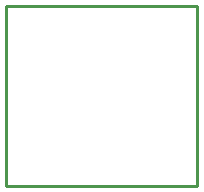
<source format=gbr>
G04 EAGLE Gerber RS-274X export*
G75*
%MOMM*%
%FSLAX34Y34*%
%LPD*%
%IN*%
%IPPOS*%
%AMOC8*
5,1,8,0,0,1.08239X$1,22.5*%
G01*
%ADD10C,0.254000*%


D10*
X0Y0D02*
X161800Y0D01*
X161800Y152300D01*
X0Y152300D01*
X0Y0D01*
M02*

</source>
